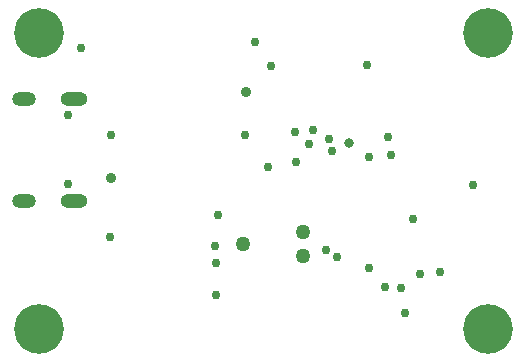
<source format=gbr>
%TF.GenerationSoftware,Altium Limited,Altium Designer,24.4.1 (13)*%
G04 Layer_Color=16711935*
%FSLAX45Y45*%
%MOMM*%
%TF.SameCoordinates,B8B7DE2E-4358-4D64-837E-663932822D10*%
%TF.FilePolarity,Negative*%
%TF.FileFunction,Soldermask,Bot*%
%TF.Part,Single*%
G01*
G75*
%TA.AperFunction,TestPad*%
%ADD76O,2.30320X1.20320*%
%ADD77C,0.75000*%
%ADD78O,2.00320X1.20320*%
%TA.AperFunction,ViaPad*%
%ADD79C,4.20320*%
%TA.AperFunction,ComponentPad*%
%ADD80C,1.27020*%
%TA.AperFunction,ViaPad*%
%ADD81C,0.75320*%
%ADD82C,0.91440*%
%ADD83C,0.80320*%
%ADD84C,0.90320*%
D76*
X-1609750Y-167000D02*
D03*
Y697000D02*
D03*
D77*
X-1659750Y554000D02*
D03*
Y-24000D02*
D03*
D78*
X-2027750Y697000D02*
D03*
Y-167000D02*
D03*
D79*
X-1900000Y1250000D02*
D03*
Y-1250000D02*
D03*
X1900000D02*
D03*
Y1250000D02*
D03*
D80*
X334000Y-636600D02*
D03*
Y-433400D02*
D03*
X-174000Y-535000D02*
D03*
D81*
X-387500Y-285000D02*
D03*
X-1295000Y390000D02*
D03*
X-1302984Y-472386D02*
D03*
X-70700Y1175700D02*
D03*
X1772500Y-35000D02*
D03*
X1197500Y-1122500D02*
D03*
X-1545000Y1127500D02*
D03*
X525000Y-582500D02*
D03*
X32500Y117500D02*
D03*
X-405000Y-970000D02*
D03*
X272500Y157500D02*
D03*
X262500Y417500D02*
D03*
X875000Y982500D02*
D03*
X1075000Y222500D02*
D03*
X1492520Y-767878D02*
D03*
X1260000Y-325000D02*
D03*
X1165000Y-902500D02*
D03*
X1022500Y-900000D02*
D03*
X-412500Y-555000D02*
D03*
X-405000Y-695000D02*
D03*
X1322500Y-787500D02*
D03*
X892500Y-735000D02*
D03*
X620000Y-645000D02*
D03*
X62500Y970000D02*
D03*
X-162500Y392500D02*
D03*
X577500Y255000D02*
D03*
X550000Y357500D02*
D03*
X420000Y427500D02*
D03*
X385000Y315000D02*
D03*
X888916Y203124D02*
D03*
X1050000Y375000D02*
D03*
D82*
X-1295000Y27500D02*
D03*
D83*
X725000Y325000D02*
D03*
D84*
X-150000Y750000D02*
D03*
%TF.MD5,3a9e537980b25e02a94471eab21c10a8*%
M02*

</source>
